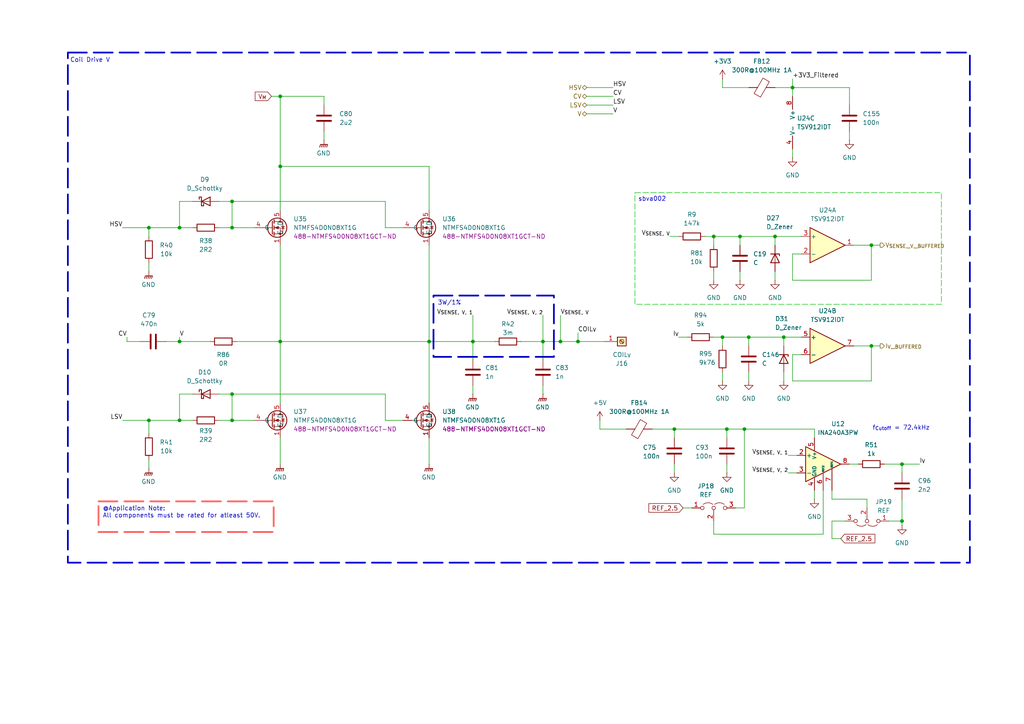
<source format=kicad_sch>
(kicad_sch (version 20231120) (generator "eeschema") (generator_version "8.0")
  (paper "A4")
  (title_block (title "HyperDrive Motor Controller") (rev "Mk. 1") (company "University of Alberta EcoCar Team"))
  (lib_symbols
    (symbol "Amplifier_Current:INA240A3PW" (pin_names (offset 0.127))
      (property "Reference" "U" (at 3.81 3.81 0))
      (property "Value" "INA240A3PW" (at 3.81 -2.54 0))
      (symbol "INA240A3PW_0_1"
        (polyline (pts (xy 5.08 0) (xy -5.08 5.08) (xy -5.08 -5.08) (xy 5.08 0)) (stroke (width 0.254)) (fill (type background)))
      )
      (symbol "INA240A3PW_1_1"
        (pin passive line (at -2.54 -7.62 90) (length 3.81) hide (name "GND") (number "1"))
        (pin input line (at -7.62 2.54 0) (length 2.54) (name "+") (number "2"))
        (pin input line (at -7.62 -2.54 0) (length 2.54) (name "-") (number "3"))
        (pin power_in line (at -2.54 -7.62 90) (length 3.81) (name "GND") (number "4"))
        (pin power_in line (at -2.54 7.62 270) (length 3.81) (name "V+") (number "5"))
        (pin passive line (at 0 -7.62 90) (length 5.08) (name "REF2") (number "6"))
        (pin passive line (at 2.54 -7.62 90) (length 6.35) (name "REF1") (number "7"))
        (pin output line (at 7.62 0 180) (length 2.54) (name "~") (number "8"))
      )
    )
    (symbol "Amplifier_Operational:TSV912IDT" (pin_names (offset 0.127))
      (property "Reference" "U" (at 0 5.08 0))
      (property "Value" "TSV912IDT" (at 0 -5.08 0))
      (symbol "TSV912IDT_1_1"
        (polyline (pts (xy -5.08 5.08) (xy 5.08 0) (xy -5.08 -5.08) (xy -5.08 5.08)) (stroke (width 0.254)) (fill (type background)))
        (pin output line (at 7.62 0 180) (length 2.54) (name "~") (number "1"))
        (pin input line (at -7.62 -2.54 0) (length 2.54) (name "-") (number "2"))
        (pin input line (at -7.62 2.54 0) (length 2.54) (name "+") (number "3"))
      )
      (symbol "TSV912IDT_2_1"
        (polyline (pts (xy -5.08 5.08) (xy 5.08 0) (xy -5.08 -5.08) (xy -5.08 5.08)) (stroke (width 0.254)) (fill (type background)))
        (pin input line (at -7.62 2.54 0) (length 2.54) (name "+") (number "5"))
        (pin input line (at -7.62 -2.54 0) (length 2.54) (name "-") (number "6"))
        (pin output line (at 7.62 0 180) (length 2.54) (name "~") (number "7"))
      )
      (symbol "TSV912IDT_3_1"
        (pin power_in line (at -2.54 -7.62 90) (length 3.81) (name "V-") (number "4"))
        (pin power_in line (at -2.54 7.62 270) (length 3.81) (name "V+") (number "8"))
      )
    )
    (symbol "Connector:Screw_Terminal_01x01" (pin_names (offset 1.016) hide)
      (property "Reference" "J" (at 0 2.54 0))
      (property "Value" "Screw_Terminal_01x01" (at 0 -2.54 0))
      (symbol "Screw_Terminal_01x01_1_1"
        (rectangle (start -1.27 1.27) (end 1.27 -1.27) (stroke (width 0.254)) (fill (type background)))
        (polyline (pts (xy -0.5334 0.3302) (xy 0.3302 -0.508)) (stroke (width 0.1524)))
        (polyline (pts (xy -0.3556 0.508) (xy 0.508 -0.3302)) (stroke (width 0.1524)))
        (circle (center 0 0) (radius 0.635) (stroke (width 0.1524)))
        (pin passive line (at -5.08 0 0) (length 3.81) (name "Pin_1") (number "1"))
      )
    )
    (symbol "Device:C" (pin_numbers hide) (pin_names (offset 0.254))
      (property "Reference" "C" (at 0.635 2.54 0))
      (property "Value" "C" (at 0.635 -2.54 0))
      (symbol "C_0_1"
        (polyline (pts (xy -2.032 -0.762) (xy 2.032 -0.762)) (stroke (width 0.508)))
        (polyline (pts (xy -2.032 0.762) (xy 2.032 0.762)) (stroke (width 0.508)))
      )
      (symbol "C_1_1"
        (pin passive line (at 0 3.81 270) (length 2.794) (name "~") (number "1"))
        (pin passive line (at 0 -3.81 90) (length 2.794) (name "~") (number "2"))
      )
    )
    (symbol "Device:D_Schottky" (pin_numbers hide) (pin_names (offset 1.016) hide)
      (property "Reference" "D" (at 0 2.54 0))
      (property "Value" "D_Schottky" (at 0 -2.54 0))
      (symbol "D_Schottky_0_1"
        (polyline (pts (xy 1.27 0) (xy -1.27 0)))
        (polyline (pts (xy 1.27 1.27) (xy 1.27 -1.27) (xy -1.27 0) (xy 1.27 1.27)) (stroke (width 0.254)))
        (polyline (pts (xy -1.905 0.635) (xy -1.905 1.27) (xy -1.27 1.27) (xy -1.27 -1.27) (xy -0.635 -1.27) (xy -0.635 -0.635)) (stroke (width 0.254)))
      )
      (symbol "D_Schottky_1_1"
        (pin passive line (at -3.81 0 0) (length 2.54) (name "K") (number "1"))
        (pin passive line (at 3.81 0 180) (length 2.54) (name "A") (number "2"))
      )
    )
    (symbol "Device:D_Zener" (pin_numbers hide) (pin_names (offset 1.016) hide)
      (property "Reference" "D" (at 0 2.54 0))
      (property "Value" "D_Zener" (at 0 -2.54 0))
      (symbol "D_Zener_0_1"
        (polyline (pts (xy 1.27 0) (xy -1.27 0)))
        (polyline (pts (xy -1.27 -1.27) (xy -1.27 1.27) (xy -0.762 1.27)) (stroke (width 0.254)))
        (polyline (pts (xy 1.27 -1.27) (xy 1.27 1.27) (xy -1.27 0) (xy 1.27 -1.27)) (stroke (width 0.254)))
      )
      (symbol "D_Zener_1_1"
        (pin passive line (at -3.81 0 0) (length 2.54) (name "K") (number "1"))
        (pin passive line (at 3.81 0 180) (length 2.54) (name "A") (number "2"))
      )
    )
    (symbol "Device:FerriteBead" (pin_numbers hide) (pin_names (offset 0))
      (property "Reference" "FB" (at -3.81 0.635 90))
      (property "Value" "FerriteBead" (at 3.81 0 90))
      (symbol "FerriteBead_0_1"
        (polyline (pts (xy 0 -1.27) (xy 0 -1.2192)))
        (polyline (pts (xy 0 1.27) (xy 0 1.2954)))
        (polyline (pts (xy -2.7686 0.4064) (xy -1.7018 2.2606) (xy 2.7686 -0.3048) (xy 1.6764 -2.159) (xy -2.7686 0.4064)))
      )
      (symbol "FerriteBead_1_1"
        (pin passive line (at 0 3.81 270) (length 2.54) (name "~") (number "1"))
        (pin passive line (at 0 -3.81 90) (length 2.54) (name "~") (number "2"))
      )
    )
    (symbol "Device:R" (pin_numbers hide) (pin_names (offset 0))
      (property "Reference" "R" (at 2.032 0 90))
      (property "Value" "R" (at 0 0 90))
      (symbol "R_0_1"
        (rectangle (start -1.016 -2.54) (end 1.016 2.54) (stroke (width 0.254)))
      )
      (symbol "R_1_1"
        (pin passive line (at 0 3.81 270) (length 1.27) (name "~") (number "1"))
        (pin passive line (at 0 -3.81 90) (length 1.27) (name "~") (number "2"))
      )
    )
    (symbol "Jumper:Jumper_3_Open" (pin_names (offset 0) hide) (exclude_from_sim yes) (in_bom no)
      (property "Reference" "JP" (at -2.54 -2.54 0))
      (property "Value" "Jumper_3_Open" (at 0 2.794 0))
      (symbol "Jumper_3_Open_0_0"
        (circle (center -3.302 0) (radius 0.508))
        (circle (center 0 0) (radius 0.508))
        (circle (center 3.302 0) (radius 0.508))
      )
      (symbol "Jumper_3_Open_0_1"
        (arc (start -0.254 1.016) (mid -1.651 1.4992) (end -3.048 1.016))
        (polyline (pts (xy 0 -0.508) (xy 0 -1.27)))
        (arc (start 3.048 1.016) (mid 1.651 1.4992) (end 0.254 1.016))
      )
      (symbol "Jumper_3_Open_1_1"
        (pin passive line (at -6.35 0 0) (length 2.54) (name "A") (number "1"))
        (pin passive line (at 0 -3.81 90) (length 2.54) (name "C") (number "2"))
        (pin passive line (at 6.35 0 180) (length 2.54) (name "B") (number "3"))
      )
    )
    (symbol "NTMFS4D0N08XT1G_1"
      (property "Reference" "U" (at 3.556 5.08 0))
      (property "Value" "NTMFS4D0N08XT1G" (at 11.938 2.794 0))
      (property "DK#" "488-NTMFS4D0N08XT1GCT-ND" (at 0.762 -13.97 0))
      (symbol "NTMFS4D0N08XT1G_1_0_1"
        (circle (center -0.889 0) (radius 2.794) (stroke (width 0.254)))
        (circle (center 0 -1.778) (radius 0.254) (fill (type outline)))
        (polyline (pts (xy -2.286 0) (xy -5.08 0)))
        (polyline (pts (xy -2.286 1.905) (xy -2.286 -1.905)) (stroke (width 0.254)))
        (polyline (pts (xy -1.778 -1.27) (xy -1.778 -2.286)) (stroke (width 0.254)))
        (polyline (pts (xy -1.778 0.508) (xy -1.778 -0.508)) (stroke (width 0.254)))
        (polyline (pts (xy -1.778 2.286) (xy -1.778 1.27)) (stroke (width 0.254)))
        (polyline (pts (xy 0 2.54) (xy 0 1.778)))
        (polyline (pts (xy 0 -2.54) (xy 0 0) (xy -1.778 0)))
        (polyline (pts (xy -1.778 -1.778) (xy 0.762 -1.778) (xy 0.762 1.778) (xy -1.778 1.778)))
        (polyline (pts (xy -1.524 0) (xy -0.508 0.381) (xy -0.508 -0.381) (xy -1.524 0)) (fill (type outline)))
        (polyline (pts (xy 0.254 0.508) (xy 0.381 0.381) (xy 1.143 0.381) (xy 1.27 0.254)))
        (polyline (pts (xy 0.762 0.381) (xy 0.381 -0.254) (xy 1.143 -0.254) (xy 0.762 0.381)))
        (circle (center 0 1.778) (radius 0.254) (fill (type outline)))
      )
      (symbol "NTMFS4D0N08XT1G_1_1_1"
        (pin passive line (at 0 -5.08 90) (length 2.54) (name "S") (number "1"))
        (pin passive line (at 0 -5.08 90) (length 2.54) hide (name "S") (number "2"))
        (pin passive line (at 0 -5.08 90) (length 2.54) hide (name "S") (number "3"))
        (pin input line (at -7.62 0 0) (length 2.54) (name "G") (number "4"))
        (pin passive line (at 0 5.08 270) (length 2.54) (name "D") (number "5"))
      )
    )
    (symbol "power:+3V3" (power) (pin_numbers hide) (pin_names (offset 0) hide)
      (property "Value" "+3V3" (at 0 3.556 0))
      (symbol "+3V3_0_1"
        (polyline (pts (xy -0.762 1.27) (xy 0 2.54)))
        (polyline (pts (xy 0 0) (xy 0 2.54)))
        (polyline (pts (xy 0 2.54) (xy 0.762 1.27)))
      )
      (symbol "+3V3_1_1"
        (pin power_in line (at 0 0 90) (length 0) (name "~") (number "1"))
      )
    )
    (symbol "power:+5V" (power) (pin_numbers hide) (pin_names (offset 0) hide)
      (property "Value" "+5V" (at 0 3.556 0))
      (symbol "+5V_0_1"
        (polyline (pts (xy -0.762 1.27) (xy 0 2.54)))
        (polyline (pts (xy 0 0) (xy 0 2.54)))
        (polyline (pts (xy 0 2.54) (xy 0.762 1.27)))
      )
      (symbol "+5V_1_1"
        (pin power_in line (at 0 0 90) (length 0) (name "~") (number "1"))
      )
    )
    (symbol "power:GND" (power) (pin_numbers hide) (pin_names (offset 0) hide)
      (property "Value" "GND" (at 0 -3.81 0))
      (symbol "GND_0_1"
        (polyline (pts (xy 0 0) (xy 0 -1.27) (xy 1.27 -1.27) (xy 0 -2.54) (xy -1.27 -1.27) (xy 0 -1.27)))
      )
      (symbol "GND_1_1"
        (pin power_in line (at 0 0 270) (length 0) (name "~") (number "1"))
      )
    )
    (symbol "power:GNDPWR" (power) (pin_numbers hide) (pin_names (offset 0) hide)
      (property "Value" "GNDPWR" (at 0 -3.302 0))
      (symbol "GNDPWR_0_1"
        (polyline (pts (xy 0 -1.27) (xy 0 0)))
        (polyline (pts (xy -1.016 -1.27) (xy -1.27 -2.032) (xy -1.27 -2.032)) (stroke (width 0.2032)))
        (polyline (pts (xy -0.508 -1.27) (xy -0.762 -2.032) (xy -0.762 -2.032)) (stroke (width 0.2032)))
        (polyline (pts (xy 0 -1.27) (xy -0.254 -2.032) (xy -0.254 -2.032)) (stroke (width 0.2032)))
        (polyline (pts (xy 0.508 -1.27) (xy 0.254 -2.032) (xy 0.254 -2.032)) (stroke (width 0.2032)))
        (polyline (pts (xy 1.016 -1.27) (xy -1.016 -1.27) (xy -1.016 -1.27)) (stroke (width 0.2032)))
        (polyline (pts (xy 1.016 -1.27) (xy 0.762 -2.032) (xy 0.762 -2.032) (xy 0.762 -2.032)) (stroke (width 0.2032)))
      )
      (symbol "GNDPWR_1_1"
        (pin power_in line (at 0 0 270) (length 0) (name "~") (number "1"))
      )
    )
  )
  (junction (at 81.28 48.26))
  (junction (at 261.62 151.13))
  (junction (at 81.28 99.06))
  (junction (at 252.73 71.12))
  (junction (at 217.17 97.79))
  (junction (at 67.31 114.3))
  (junction (at 229.87 25.4))
  (junction (at 52.07 66.04))
  (junction (at 67.31 58.42))
  (junction (at 137.16 99.06))
  (junction (at 67.31 66.04))
  (junction (at 124.46 99.06))
  (junction (at 215.9 124.46))
  (junction (at 207.01 68.58))
  (junction (at 43.18 66.04))
  (junction (at 162.56 99.06))
  (junction (at 52.07 121.92))
  (junction (at 209.55 97.79))
  (junction (at 261.62 134.62))
  (junction (at 52.07 99.06))
  (junction (at 81.28 27.94))
  (junction (at 214.63 68.58))
  (junction (at 227.33 97.79))
  (junction (at 210.82 124.46))
  (junction (at 224.79 68.58))
  (junction (at 157.48 99.06))
  (junction (at 43.18 121.92))
  (junction (at 252.73 100.33))
  (junction (at 167.64 99.06))
  (junction (at 195.58 124.46))
  (junction (at 67.31 121.92))
  (wire (pts (xy 207.01 68.58) (xy 214.63 68.58)))
  (wire (pts (xy 210.82 134.62) (xy 210.82 137.16)))
  (wire (pts (xy 124.46 48.26) (xy 81.28 48.26)))
  (wire (pts (xy 43.18 66.04) (xy 43.18 68.58)))
  (wire (pts (xy 243.84 156.21) (xy 241.3 156.21)))
  (wire (pts (xy 167.64 96.52) (xy 167.64 99.06)))
  (wire (pts (xy 195.58 124.46) (xy 195.58 127)))
  (wire (pts (xy 67.31 114.3) (xy 67.31 121.92)))
  (wire (pts (xy 35.56 121.92) (xy 43.18 121.92)))
  (wire (pts (xy 55.88 114.3) (xy 52.07 114.3)))
  (wire (pts (xy 224.79 25.4) (xy 229.87 25.4)))
  (wire (pts (xy 81.28 99.06) (xy 124.46 99.06)))
  (wire (pts (xy 261.62 134.62) (xy 256.54 134.62)))
  (wire (pts (xy 229.87 22.86) (xy 229.87 25.4)))
  (wire (pts (xy 261.62 151.13) (xy 261.62 152.4)))
  (wire (pts (xy 195.58 134.62) (xy 195.58 137.16)))
  (wire (pts (xy 209.55 97.79) (xy 209.55 100.33)))
  (wire (pts (xy 43.18 121.92) (xy 52.07 121.92)))
  (wire (pts (xy 229.87 110.49) (xy 252.73 110.49)))
  (wire (pts (xy 247.65 71.12) (xy 252.73 71.12)))
  (wire (pts (xy 207.01 68.58) (xy 207.01 71.12)))
  (wire (pts (xy 227.33 97.79) (xy 232.41 97.79)))
  (wire (pts (xy 111.76 121.92) (xy 111.76 114.3)))
  (wire (pts (xy 196.85 97.79) (xy 199.39 97.79)))
  (wire (pts (xy 52.07 97.79) (xy 52.07 99.06)))
  (wire (pts (xy 246.38 38.1) (xy 246.38 40.64)))
  (wire (pts (xy 170.18 30.48) (xy 177.8 30.48)))
  (wire (pts (xy 157.48 111.76) (xy 157.48 114.3)))
  (wire (pts (xy 257.81 151.13) (xy 261.62 151.13)))
  (wire (pts (xy 207.01 151.13) (xy 207.01 154.94)))
  (wire (pts (xy 116.84 121.92) (xy 111.76 121.92)))
  (wire (pts (xy 210.82 127) (xy 210.82 124.46)))
  (wire (pts (xy 214.63 68.58) (xy 214.63 71.12)))
  (wire (pts (xy 162.56 91.44) (xy 162.56 99.06)))
  (wire (pts (xy 170.18 27.94) (xy 177.8 27.94)))
  (wire (pts (xy 167.64 99.06) (xy 175.26 99.06)))
  (wire (pts (xy 157.48 91.44) (xy 157.48 99.06)))
  (wire (pts (xy 246.38 134.62) (xy 248.92 134.62)))
  (wire (pts (xy 232.41 73.66) (xy 229.87 73.66)))
  (wire (pts (xy 63.5 58.42) (xy 67.31 58.42)))
  (wire (pts (xy 215.9 147.32) (xy 213.36 147.32)))
  (wire (pts (xy 67.31 66.04) (xy 73.66 66.04)))
  (wire (pts (xy 224.79 68.58) (xy 232.41 68.58)))
  (wire (pts (xy 227.33 97.79) (xy 227.33 100.33)))
  (wire (pts (xy 241.3 151.13) (xy 245.11 151.13)))
  (wire (pts (xy 36.83 99.06) (xy 40.64 99.06)))
  (wire (pts (xy 81.28 27.94) (xy 81.28 48.26)))
  (wire (pts (xy 246.38 25.4) (xy 229.87 25.4)))
  (wire (pts (xy 252.73 81.28) (xy 252.73 71.12)))
  (wire (pts (xy 210.82 124.46) (xy 215.9 124.46)))
  (wire (pts (xy 209.55 97.79) (xy 217.17 97.79)))
  (wire (pts (xy 209.55 25.4) (xy 217.17 25.4)))
  (wire (pts (xy 194.31 68.58) (xy 196.85 68.58)))
  (wire (pts (xy 81.28 71.12) (xy 81.28 99.06)))
  (wire (pts (xy 246.38 30.48) (xy 246.38 25.4)))
  (wire (pts (xy 68.58 99.06) (xy 81.28 99.06)))
  (wire (pts (xy 81.28 127) (xy 81.28 134.62)))
  (wire (pts (xy 241.3 142.24) (xy 241.3 144.78)))
  (wire (pts (xy 93.98 27.94) (xy 93.98 30.48)))
  (wire (pts (xy 67.31 58.42) (xy 67.31 66.04)))
  (wire (pts (xy 204.47 68.58) (xy 207.01 68.58)))
  (wire (pts (xy 124.46 99.06) (xy 137.16 99.06)))
  (wire (pts (xy 214.63 78.74) (xy 214.63 81.28)))
  (wire (pts (xy 189.23 124.46) (xy 195.58 124.46)))
  (wire (pts (xy 224.79 68.58) (xy 224.79 71.12)))
  (wire (pts (xy 137.16 111.76) (xy 137.16 114.3)))
  (wire (pts (xy 207.01 78.74) (xy 207.01 81.28)))
  (wire (pts (xy 229.87 81.28) (xy 252.73 81.28)))
  (wire (pts (xy 111.76 114.3) (xy 67.31 114.3)))
  (wire (pts (xy 173.99 121.92) (xy 173.99 124.46)))
  (wire (pts (xy 52.07 58.42) (xy 52.07 66.04)))
  (wire (pts (xy 198.12 147.32) (xy 200.66 147.32)))
  (wire (pts (xy 151.13 99.06) (xy 157.48 99.06)))
  (wire (pts (xy 241.3 144.78) (xy 251.46 144.78)))
  (wire (pts (xy 227.33 107.95) (xy 227.33 110.49)))
  (wire (pts (xy 111.76 66.04) (xy 111.76 58.42)))
  (wire (pts (xy 224.79 78.74) (xy 224.79 81.28)))
  (wire (pts (xy 207.01 97.79) (xy 209.55 97.79)))
  (wire (pts (xy 81.28 48.26) (xy 81.28 60.96)))
  (wire (pts (xy 229.87 73.66) (xy 229.87 81.28)))
  (wire (pts (xy 35.56 66.04) (xy 43.18 66.04)))
  (wire (pts (xy 241.3 151.13) (xy 241.3 156.21)))
  (wire (pts (xy 67.31 121.92) (xy 73.66 121.92)))
  (wire (pts (xy 261.62 144.78) (xy 261.62 151.13)))
  (wire (pts (xy 124.46 99.06) (xy 124.46 116.84)))
  (wire (pts (xy 229.87 43.18) (xy 229.87 45.72)))
  (wire (pts (xy 229.87 102.87) (xy 229.87 110.49)))
  (wire (pts (xy 251.46 144.78) (xy 251.46 147.32)))
  (wire (pts (xy 252.73 100.33) (xy 255.27 100.33)))
  (wire (pts (xy 217.17 97.79) (xy 217.17 100.33)))
  (wire (pts (xy 52.07 66.04) (xy 55.88 66.04)))
  (wire (pts (xy 124.46 60.96) (xy 124.46 48.26)))
  (wire (pts (xy 116.84 66.04) (xy 111.76 66.04)))
  (wire (pts (xy 252.73 71.12) (xy 255.27 71.12)))
  (wire (pts (xy 217.17 97.79) (xy 227.33 97.79)))
  (wire (pts (xy 261.62 134.62) (xy 261.62 137.16)))
  (wire (pts (xy 43.18 121.92) (xy 43.18 125.73)))
  (wire (pts (xy 170.18 25.4) (xy 177.8 25.4)))
  (wire (pts (xy 93.98 38.1) (xy 93.98 40.64)))
  (wire (pts (xy 236.22 124.46) (xy 236.22 127)))
  (wire (pts (xy 229.87 102.87) (xy 232.41 102.87)))
  (wire (pts (xy 43.18 76.2) (xy 43.18 78.74)))
  (wire (pts (xy 52.07 121.92) (xy 55.88 121.92)))
  (wire (pts (xy 214.63 68.58) (xy 224.79 68.58)))
  (wire (pts (xy 81.28 27.94) (xy 93.98 27.94)))
  (wire (pts (xy 137.16 99.06) (xy 137.16 104.14)))
  (wire (pts (xy 215.9 124.46) (xy 236.22 124.46)))
  (wire (pts (xy 215.9 124.46) (xy 215.9 147.32)))
  (wire (pts (xy 252.73 100.33) (xy 247.65 100.33)))
  (wire (pts (xy 162.56 99.06) (xy 157.48 99.06)))
  (wire (pts (xy 238.76 154.94) (xy 238.76 142.24)))
  (wire (pts (xy 52.07 99.06) (xy 60.96 99.06)))
  (wire (pts (xy 48.26 99.06) (xy 52.07 99.06)))
  (wire (pts (xy 43.18 66.04) (xy 52.07 66.04)))
  (wire (pts (xy 111.76 58.42) (xy 67.31 58.42)))
  (wire (pts (xy 36.83 97.79) (xy 36.83 99.06)))
  (wire (pts (xy 195.58 124.46) (xy 210.82 124.46)))
  (wire (pts (xy 217.17 107.95) (xy 217.17 110.49)))
  (wire (pts (xy 81.28 27.94) (xy 78.74 27.94)))
  (wire (pts (xy 167.64 99.06) (xy 162.56 99.06)))
  (wire (pts (xy 252.73 110.49) (xy 252.73 100.33)))
  (wire (pts (xy 124.46 71.12) (xy 124.46 99.06)))
  (wire (pts (xy 52.07 114.3) (xy 52.07 121.92)))
  (wire (pts (xy 67.31 66.04) (xy 63.5 66.04)))
  (wire (pts (xy 228.6 132.08) (xy 231.14 132.08)))
  (wire (pts (xy 261.62 134.62) (xy 266.7 134.62)))
  (wire (pts (xy 137.16 99.06) (xy 143.51 99.06)))
  (wire (pts (xy 209.55 107.95) (xy 209.55 110.49)))
  (wire (pts (xy 229.87 25.4) (xy 229.87 27.94)))
  (wire (pts (xy 157.48 99.06) (xy 157.48 104.14)))
  (wire (pts (xy 63.5 121.92) (xy 67.31 121.92)))
  (wire (pts (xy 81.28 99.06) (xy 81.28 116.84)))
  (wire (pts (xy 170.18 33.02) (xy 177.8 33.02)))
  (wire (pts (xy 236.22 142.24) (xy 236.22 144.78)))
  (wire (pts (xy 63.5 114.3) (xy 67.31 114.3)))
  (wire (pts (xy 207.01 154.94) (xy 238.76 154.94)))
  (wire (pts (xy 137.16 91.44) (xy 137.16 99.06)))
  (wire (pts (xy 43.18 133.35) (xy 43.18 135.89)))
  (wire (pts (xy 55.88 58.42) (xy 52.07 58.42)))
  (wire (pts (xy 209.55 22.86) (xy 209.55 25.4)))
  (wire (pts (xy 124.46 127) (xy 124.46 134.62)))
  (wire (pts (xy 228.6 137.16) (xy 231.14 137.16)))
  (wire (pts (xy 173.99 124.46) (xy 181.61 124.46)))
  (rectangle (start 19.685 15.24) (end 281.305 163.195) (stroke (width 0.5) (type dash)))
  (text_box "sbva002" (at 184.15 55.88 0) (size 88.9 32.385) (stroke (width 0) (type dash) (color 0 194 0 1)) (effects (font (size 1.27 1.27)) (justify left top)))
  (text_box "@Application Note:\nAll components must be rated for atleast 50V." (at 28.575 145.415 0) (size 50.8 8.89) (stroke (width 0.5) (type dash) (color 255 88 86 1)) (effects (font (size 1.27 1.27)) (justify left top)))
  (text_box "3W/1%" (at 125.73 85.725 0) (size 34.925 17.78) (stroke (width 0.5) (type dash)) (effects (font (size 1.27 1.27)) (justify left top)))
  (text "f_{Cutoff} = 72.4kHz" (at 261.366 124.206 0) (effects (font (size 1.27 1.27))))
  (text "Coil Drive V" (at 20.32 17.526 0) (effects (font (size 1.27 1.27)) (justify left)))
  (label "LSV" (at 177.8 30.48 0))
  (label "V" (at 177.8 33.02 0))
  (label "V" (at 52.07 97.79 0))
  (label "V_{SENSE, V}" (at 194.31 68.58 180))
  (label "HSV" (at 35.56 66.04 180))
  (label "V_{SENSE, V}" (at 162.56 91.44 0))
  (label "CV" (at 36.83 97.79 180))
  (label "HSV" (at 177.8 25.4 0))
  (label "V_{SENSE, V, 2}" (at 228.6 137.16 180))
  (label "I_{V}" (at 266.7 134.62 0))
  (label "V_{SENSE, V, 2}" (at 157.48 91.44 180))
  (label "LSV" (at 35.56 121.92 180))
  (label "CV" (at 177.8 27.94 0))
  (label "COIL_{V}" (at 167.64 96.52 0))
  (label "V_{SENSE, V, 1}" (at 137.16 91.44 180))
  (label "V_{SENSE, V, 1}" (at 228.6 132.08 180))
  (label "+3V3_Filtered" (at 229.87 22.86 0))
  (label "I_{V}" (at 196.85 97.79 180))
  (global_label "REF_2.5" (shape input) (at 198.12 147.32 180) (property "Intersheetrefs" "${INTERSHEET_REFS}" (effects (hide yes))))
  (global_label "REF_2.5" (shape input) (at 243.84 156.21 0) (property "Intersheetrefs" "${INTERSHEET_REFS}" (effects (hide yes))))
  (global_label "V_{M}" (shape input) (at 78.74 27.94 180) (property "Intersheetrefs" "${INTERSHEET_REFS}" (effects (hide yes))))
  (hierarchical_label "V_{SENSE,_V,_BUFFERED}" (shape output) (at 255.27 71.12 0))
  (hierarchical_label "V" (shape bidirectional) (at 170.18 33.02 180))
  (hierarchical_label "CV" (shape bidirectional) (at 170.18 27.94 180))
  (hierarchical_label "I_{V,_BUFFERED}" (shape output) (at 255.27 100.33 0))
  (hierarchical_label "HSV" (shape bidirectional) (at 170.18 25.4 180))
  (hierarchical_label "LSV" (shape bidirectional) (at 170.18 30.48 180))
  (symbol (lib_id "Device:FerriteBead") (at 185.42 124.46 90) (unit 1)
    (property "Reference" "FB14" (at 185.3692 116.84 90))
    (property "Value" "300R@100MHz 1A" (at 185.3692 119.38 90))
    (property "Footprint" "Inductor_SMD:L_0603_1608Metric" (effects (hide yes)))
    (property "Description" "Ferrite bead" (effects (hide yes)))
  )
  (symbol (lib_id "Device:D_Schottky") (at 59.69 58.42 0) (unit 1)
    (property "Reference" "D9" (at 59.3725 52.07 0))
    (property "Value" "D_Schottky" (at 59.3725 54.61 0))
    (property "Description" "Schottky diode" (effects (hide yes)))
  )
  (symbol (lib_id "power:GNDPWR") (at 124.46 134.62 0) (unit 1)
    (property "Reference" "#PWR0239" (effects (hide yes)))
    (property "Value" "GND" (at 124.333 138.43 0))
    (property "Description" "Power symbol creates a global label with name \"GNDPWR\" , global ground" (effects (hide yes)))
  )
  (symbol (lib_id "power:GND") (at 224.79 81.28 0) (unit 1)
    (property "Reference" "#PWR0224" (effects (hide yes)))
    (property "Value" "GND" (at 224.79 86.36 0))
    (property "Description" "Power symbol creates a global label with name \"GND\" , ground" (effects (hide yes)))
  )
  (symbol (lib_id "Device:C") (at 210.82 130.81 0) (unit 1)
    (property "Reference" "C93" (at 201.676 129.794 0) (effects (justify left)))
    (property "Value" "100n" (at 201.676 132.334 0) (effects (justify left)))
    (property "Footprint" "Capacitor_SMD:C_0603_1608Metric" (effects (hide yes)))
    (property "Description" "Unpolarized capacitor" (effects (hide yes)))
  )
  (symbol (lib_id "Device:FerriteBead") (at 220.98 25.4 90) (unit 1)
    (property "Reference" "FB12" (at 220.9292 17.78 90))
    (property "Value" "300R@100MHz 1A" (at 220.9292 20.32 90))
    (property "Footprint" "Inductor_SMD:L_0603_1608Metric" (effects (hide yes)))
    (property "Description" "Ferrite bead" (effects (hide yes)))
  )
  (symbol (lib_id "power:GNDPWR") (at 137.16 114.3 0) (unit 1)
    (property "Reference" "#PWR0122" (effects (hide yes)))
    (property "Value" "GND" (at 137.033 118.11 0))
    (property "Description" "Power symbol creates a global label with name \"GNDPWR\" , global ground" (effects (hide yes)))
  )
  (symbol (lib_id "Device:R") (at 64.77 99.06 90) (unit 1)
    (property "Reference" "R86" (at 64.77 102.87 90))
    (property "Value" "0R" (at 64.77 105.41 90))
    (property "Footprint" "Resistor_SMD:R_0603_1608Metric" (effects (hide yes)))
    (property "Description" "Resistor" (effects (hide yes)))
  )
  (symbol (lib_id "Device:R") (at 59.69 121.92 90) (unit 1)
    (property "Reference" "R39" (at 59.69 124.968 90))
    (property "Value" "2R2" (at 59.69 127.508 90))
    (property "Footprint" "Resistor_SMD:R_0603_1608Metric" (effects (hide yes)))
    (property "Description" "Resistor" (effects (hide yes)))
  )
  (symbol (lib_id "Amplifier_Operational:TSV912IDT") (at 232.41 35.56 0) (unit 3)
    (property "Reference" "U24" (at 231.14 34.2899 0) (effects (justify left)))
    (property "Value" "TSV912IDT" (at 231.14 36.8299 0) (effects (justify left)))
    (property "Footprint" "Package_SO:SOIC-8_3.9x4.9mm_P1.27mm" (effects (hide yes)))
    (property "Datasheet" "www.st.com/resource/en/datasheet/tsv911.pdf" (effects (hide yes)))
    (property "Description" "Dual rail-to-rail input/output 8 MHz operational amplifiers, SOIC-8" (effects (hide yes)))
    (property "DK#" "497-8165-1-ND" (effects (hide yes)))
    (property "LCSC Part#" "C1509138" (effects (hide yes)))
    (property "LCSC#" "C1509138" (effects (hide yes)))
  )
  (symbol (lib_id "Device:D_Schottky") (at 59.69 114.3 0) (unit 1)
    (property "Reference" "D10" (at 59.3725 107.95 0))
    (property "Value" "D_Schottky" (at 59.3725 110.49 0))
    (property "Description" "Schottky diode" (effects (hide yes)))
  )
  (symbol (lib_id "power:GNDPWR") (at 43.18 135.89 0) (unit 1)
    (property "Reference" "#PWR0117" (effects (hide yes)))
    (property "Value" "GND" (at 43.053 139.7 0))
    (property "Description" "Power symbol creates a global label with name \"GNDPWR\" , global ground" (effects (hide yes)))
  )
  (symbol (lib_id "Device:R") (at 209.55 104.14 180) (unit 1)
    (property "Reference" "R95" (at 202.692 102.616 0) (effects (justify right)))
    (property "Value" "9k76" (at 202.692 105.156 0) (effects (justify right)))
    (property "Footprint" "Resistor_SMD:R_0603_1608Metric" (effects (hide yes)))
    (property "Description" "Resistor" (effects (hide yes)))
  )
  (symbol (lib_id "power:GND") (at 195.58 137.16 0) (unit 1)
    (property "Reference" "#PWR0142" (effects (hide yes)))
    (property "Value" "GND" (at 195.58 142.24 0))
    (property "Description" "Power symbol creates a global label with name \"GND\" , ground" (effects (hide yes)))
  )
  (symbol (lib_id "Amplifier_Operational:TSV912IDT") (at 240.03 71.12 0) (unit 1)
    (property "Reference" "U24" (at 240.03 60.96 0))
    (property "Value" "TSV912IDT" (at 240.03 63.5 0))
    (property "Footprint" "Package_SO:SOIC-8_3.9x4.9mm_P1.27mm" (effects (hide yes)))
    (property "Datasheet" "www.st.com/resource/en/datasheet/tsv911.pdf" (effects (hide yes)))
    (property "Description" "Dual rail-to-rail input/output 8 MHz operational amplifiers, SOIC-8" (effects (hide yes)))
    (property "DK#" "497-8165-1-ND" (effects (hide yes)))
    (property "LCSC Part#" "C1509138" (effects (hide yes)))
    (property "LCSC#" "C1509138" (effects (hide yes)))
  )
  (symbol (lib_id "Device:D_Zener") (at 224.79 74.93 270) (unit 1)
    (property "Reference" "D27" (at 222.25 63.246 90) (effects (justify left)))
    (property "Value" "D_Zener" (at 222.25 65.786 90) (effects (justify left)))
    (property "Description" "Zener diode" (effects (hide yes)))
  )
  (symbol (lib_id "Device:R") (at 59.69 66.04 90) (unit 1)
    (property "Reference" "R38" (at 59.69 69.85 90))
    (property "Value" "2R2" (at 59.69 72.39 90))
    (property "Footprint" "Resistor_SMD:R_0603_1608Metric" (effects (hide yes)))
    (property "Description" "Resistor" (effects (hide yes)))
  )
  (symbol (lib_id "Device:R") (at 252.73 134.62 90) (unit 1)
    (property "Reference" "R51" (at 252.73 129.032 90))
    (property "Value" "1k" (at 252.73 131.572 90))
    (property "Footprint" "Resistor_SMD:R_0603_1608Metric" (effects (hide yes)))
    (property "Description" "Resistor" (effects (hide yes)))
  )
  (symbol (lib_id "Device:C") (at 195.58 130.81 0) (unit 1)
    (property "Reference" "C75" (at 186.436 129.794 0) (effects (justify left)))
    (property "Value" "100n" (at 186.436 132.334 0) (effects (justify left)))
    (property "Footprint" "Capacitor_SMD:C_0603_1608Metric" (effects (hide yes)))
    (property "Description" "Unpolarized capacitor" (effects (hide yes)))
  )
  (symbol (lib_id "power:GND") (at 246.38 40.64 0) (unit 1)
    (property "Reference" "#PWR0269" (effects (hide yes)))
    (property "Value" "GND" (at 246.38 45.72 0))
    (property "Description" "Power symbol creates a global label with name \"GND\" , ground" (effects (hide yes)))
  )
  (symbol (lib_id "power:+3V3") (at 209.55 22.86 0) (unit 1)
    (property "Reference" "#PWR0107" (effects (hide yes)))
    (property "Value" "+3V3" (at 209.55 17.78 0))
    (property "Description" "Power symbol creates a global label with name \"+3V3\"" (effects (hide yes)))
  )
  (symbol (lib_id "Device:R") (at 43.18 72.39 180) (unit 1)
    (property "Reference" "R40" (at 48.26 71.12 0))
    (property "Value" "10k" (at 48.26 73.66 0))
    (property "Footprint" "Resistor_SMD:R_0603_1608Metric" (effects (hide yes)))
    (property "Description" "Resistor" (effects (hide yes)))
  )
  (symbol (lib_id "Jumper:Jumper_3_Open") (at 207.01 147.32 0) (unit 1) (exclude_from_sim yes) (in_bom no)
    (property "Reference" "JP18" (at 204.724 140.97 0))
    (property "Value" "REF" (at 204.724 143.51 0))
    (property "Footprint" "Jumper:SolderJumper-3_P1.3mm_Open_Pad1.0x1.5mm" (effects (hide yes)))
    (property "Description" "Jumper, 3-pole, both open" (effects (hide yes)))
  )
  (symbol (lib_id "power:+5V") (at 173.99 121.92 0) (unit 1)
    (property "Reference" "#PWR0140" (effects (hide yes)))
    (property "Value" "+5V" (at 173.99 116.84 0))
    (property "Description" "Power symbol creates a global label with name \"+5V\"" (effects (hide yes)))
  )
  (symbol (lib_id "Device:R") (at 200.66 68.58 90) (unit 1)
    (property "Reference" "R9" (at 200.66 62.23 90))
    (property "Value" "147k" (at 200.66 64.77 90))
    (property "Footprint" "Resistor_SMD:R_0603_1608Metric" (effects (hide yes)))
    (property "Description" "Resistor" (effects (hide yes)))
  )
  (symbol (lib_name "NTMFS4D0N08XT1G_1") (lib_id "ecocad_lib_symbols:NTMFS4D0N08XT1G") (at 124.46 121.92 0) (unit 1)
    (property "Reference" "U38" (at 128.27 119.3799 0) (effects (justify left)))
    (property "Value" "NTMFS4D0N08XT1G" (at 128.27 121.9199 0) (effects (justify left)))
    (property "Footprint" "ecocad_lib_footprints:PowerMosDFNHybrid" (effects (hide yes)))
    (property "Datasheet" "https://www.onsemi.com/download/data-sheet/pdf/ntmfs4d0n08x-d.pdf" (effects (hide yes)))
    (property "Description" "N-Channel 80 V 119A (Tc) 107W (Tc) Surface Mount 5-DFN (5x6) (8-SOFL)" (effects (hide yes)))
    (property "DK#" "488-NTMFS4D0N08XT1GCT-ND" (at 128.27 124.4599 0) (effects (justify left)))
  )
  (symbol (lib_id "power:GND") (at 261.62 152.4 0) (unit 1)
    (property "Reference" "#PWR0149" (effects (hide yes)))
    (property "Value" "GND" (at 261.62 157.48 0))
    (property "Description" "Power symbol creates a global label with name \"GND\" , ground" (effects (hide yes)))
  )
  (symbol (lib_id "power:GND") (at 209.55 110.49 0) (unit 1)
    (property "Reference" "#PWR0247" (effects (hide yes)))
    (property "Value" "GND" (at 209.55 115.57 0))
    (property "Description" "Power symbol creates a global label with name \"GND\" , ground" (effects (hide yes)))
  )
  (symbol (lib_id "Amplifier_Operational:TSV912IDT") (at 240.03 100.33 0) (unit 2)
    (property "Reference" "U24" (at 240.03 90.17 0))
    (property "Value" "TSV912IDT" (at 240.03 92.71 0))
    (property "Footprint" "Package_SO:SOIC-8_3.9x4.9mm_P1.27mm" (effects (hide yes)))
    (property "Datasheet" "www.st.com/resource/en/datasheet/tsv911.pdf" (effects (hide yes)))
    (property "Description" "Dual rail-to-rail input/output 8 MHz operational amplifiers, SOIC-8" (effects (hide yes)))
    (property "DK#" "497-8165-1-ND" (effects (hide yes)))
    (property "LCSC Part#" "C1509138" (effects (hide yes)))
    (property "LCSC#" "C1509138" (effects (hide yes)))
  )
  (symbol (lib_id "Device:C") (at 214.63 74.93 0) (unit 1)
    (property "Reference" "C19" (at 218.44 73.6599 0) (effects (justify left)))
    (property "Value" "C" (at 218.44 76.1999 0) (effects (justify left)))
    (property "Footprint" "Capacitor_SMD:C_0603_1608Metric" (effects (hide yes)))
    (property "Description" "Unpolarized capacitor" (effects (hide yes)))
  )
  (symbol (lib_id "Device:C") (at 44.45 99.06 270) (unit 1)
    (property "Reference" "C79" (at 43.18 91.44 90))
    (property "Value" "470n" (at 43.18 93.98 90))
    (property "Footprint" "Capacitor_SMD:C_0603_1608Metric" (effects (hide yes)))
    (property "Description" "Unpolarized capacitor" (effects (hide yes)))
  )
  (symbol (lib_id "power:GND") (at 227.33 110.49 0) (unit 1)
    (property "Reference" "#PWR0249" (effects (hide yes)))
    (property "Value" "GND" (at 227.33 115.57 0))
    (property "Description" "Power symbol creates a global label with name \"GND\" , ground" (effects (hide yes)))
  )
  (symbol (lib_id "Device:R") (at 207.01 74.93 180) (unit 1)
    (property "Reference" "R81" (at 200.152 73.406 0) (effects (justify right)))
    (property "Value" "10k" (at 200.152 75.946 0) (effects (justify right)))
    (property "Footprint" "Resistor_SMD:R_0603_1608Metric" (effects (hide yes)))
    (property "Description" "Resistor" (effects (hide yes)))
  )
  (symbol (lib_id "power:GNDPWR") (at 81.28 134.62 0) (unit 1)
    (property "Reference" "#PWR0120" (effects (hide yes)))
    (property "Value" "GND" (at 81.153 138.43 0))
    (property "Description" "Power symbol creates a global label with name \"GNDPWR\" , global ground" (effects (hide yes)))
  )
  (symbol (lib_name "NTMFS4D0N08XT1G_1") (lib_id "ecocad_lib_symbols:NTMFS4D0N08XT1G") (at 124.46 66.04 0) (unit 1)
    (property "Reference" "U36" (at 128.27 63.4999 0) (effects (justify left)))
    (property "Value" "NTMFS4D0N08XT1G" (at 128.27 66.0399 0) (effects (justify left)))
    (property "Footprint" "ecocad_lib_footprints:PowerMosDFNHybrid" (effects (hide yes)))
    (property "Datasheet" "https://www.onsemi.com/download/data-sheet/pdf/ntmfs4d0n08x-d.pdf" (effects (hide yes)))
    (property "Description" "N-Channel 80 V 119A (Tc) 107W (Tc) Surface Mount 5-DFN (5x6) (8-SOFL)" (effects (hide yes)))
    (property "DK#" "488-NTMFS4D0N08XT1GCT-ND" (at 128.27 68.5799 0) (effects (justify left)))
  )
  (symbol (lib_id "power:GND") (at 214.63 81.28 0) (unit 1)
    (property "Reference" "#PWR0223" (effects (hide yes)))
    (property "Value" "GND" (at 214.63 86.36 0))
    (property "Description" "Power symbol creates a global label with name \"GND\" , ground" (effects (hide yes)))
  )
  (symbol (lib_id "Device:R") (at 43.18 129.54 180) (unit 1)
    (property "Reference" "R41" (at 48.26 128.27 0))
    (property "Value" "10k" (at 48.26 130.81 0))
    (property "Footprint" "Resistor_SMD:R_0603_1608Metric" (effects (hide yes)))
    (property "Description" "Resistor" (effects (hide yes)))
  )
  (symbol (lib_id "power:GND") (at 217.17 110.49 0) (unit 1)
    (property "Reference" "#PWR0248" (effects (hide yes)))
    (property "Value" "GND" (at 217.17 115.57 0))
    (property "Description" "Power symbol creates a global label with name \"GND\" , ground" (effects (hide yes)))
  )
  (symbol (lib_id "Device:C") (at 137.16 107.95 0) (unit 1)
    (property "Reference" "C81" (at 140.716 106.68 0) (effects (justify left)))
    (property "Value" "1n" (at 140.716 109.22 0) (effects (justify left)))
    (property "Footprint" "Capacitor_SMD:C_0603_1608Metric" (effects (hide yes)))
    (property "Description" "Unpolarized capacitor" (effects (hide yes)))
  )
  (symbol (lib_id "Device:R") (at 147.32 99.06 90) (unit 1)
    (property "Reference" "R42" (at 147.32 93.98 90))
    (property "Value" "3m" (at 147.32 96.52 90))
    (property "Footprint" "ecocad_lib_footprints:CSS2H-2512" (effects (hide yes)))
    (property "Description" "Resistor" (effects (hide yes)))
    (property "DK#" "118-CSS2H-2512K-3L00FECT-ND" (effects (hide yes)))
  )
  (symbol (lib_id "power:GND") (at 236.22 144.78 0) (unit 1)
    (property "Reference" "#PWR0147" (effects (hide yes)))
    (property "Value" "GND" (at 236.22 149.86 0))
    (property "Description" "Power symbol creates a global label with name \"GND\" , ground" (effects (hide yes)))
  )
  (symbol (lib_id "Device:C") (at 246.38 34.29 0) (unit 1)
    (property "Reference" "C155" (at 250.19 33.0199 0) (effects (justify left)))
    (property "Value" "100n" (at 250.19 35.5599 0) (effects (justify left)))
    (property "Footprint" "Capacitor_SMD:C_0603_1608Metric" (effects (hide yes)))
    (property "Description" "Unpolarized capacitor" (effects (hide yes)))
  )
  (symbol (lib_id "Device:C") (at 217.17 104.14 0) (unit 1)
    (property "Reference" "C146" (at 220.98 102.8699 0) (effects (justify left)))
    (property "Value" "C" (at 220.98 105.4099 0) (effects (justify left)))
    (property "Footprint" "Capacitor_SMD:C_0603_1608Metric" (effects (hide yes)))
    (property "Description" "Unpolarized capacitor" (effects (hide yes)))
  )
  (symbol (lib_id "power:GND") (at 207.01 81.28 0) (unit 1)
    (property "Reference" "#PWR0222" (effects (hide yes)))
    (property "Value" "GND" (at 207.01 86.36 0))
    (property "Description" "Power symbol creates a global label with name \"GND\" , ground" (effects (hide yes)))
  )
  (symbol (lib_id "power:GNDPWR") (at 157.48 114.3 0) (unit 1)
    (property "Reference" "#PWR0124" (effects (hide yes)))
    (property "Value" "GND" (at 157.353 118.11 0))
    (property "Description" "Power symbol creates a global label with name \"GNDPWR\" , global ground" (effects (hide yes)))
  )
  (symbol (lib_name "NTMFS4D0N08XT1G_1") (lib_id "ecocad_lib_symbols:NTMFS4D0N08XT1G") (at 81.28 121.92 0) (unit 1)
    (property "Reference" "U37" (at 85.09 119.3799 0) (effects (justify left)))
    (property "Value" "NTMFS4D0N08XT1G" (at 85.09 121.9199 0) (effects (justify left)))
    (property "Footprint" "ecocad_lib_footprints:PowerMosDFNHybrid" (effects (hide yes)))
    (property "Datasheet" "https://www.onsemi.com/download/data-sheet/pdf/ntmfs4d0n08x-d.pdf" (effects (hide yes)))
    (property "Description" "N-Channel 80 V 119A (Tc) 107W (Tc) Surface Mount 5-DFN (5x6) (8-SOFL)" (effects (hide yes)))
    (property "DK#" "488-NTMFS4D0N08XT1GCT-ND" (at 85.09 124.4599 0) (effects (justify left)))
  )
  (symbol (lib_id "power:GND") (at 210.82 137.16 0) (unit 1)
    (property "Reference" "#PWR0144" (effects (hide yes)))
    (property "Value" "GND" (at 210.82 142.24 0))
    (property "Description" "Power symbol creates a global label with name \"GND\" , ground" (effects (hide yes)))
  )
  (symbol (lib_id "power:GNDPWR") (at 93.98 40.64 0) (unit 1)
    (property "Reference" "#PWR0121" (effects (hide yes)))
    (property "Value" "GND" (at 93.853 44.45 0))
    (property "Description" "Power symbol creates a global label with name \"GNDPWR\" , global ground" (effects (hide yes)))
  )
  (symbol (lib_id "Device:D_Zener") (at 227.33 104.14 270) (unit 1)
    (property "Reference" "D31" (at 224.79 92.456 90) (effects (justify left)))
    (property "Value" "D_Zener" (at 224.79 94.996 90) (effects (justify left)))
    (property "Description" "Zener diode" (effects (hide yes)))
  )
  (symbol (lib_id "Device:R") (at 203.2 97.79 90) (unit 1)
    (property "Reference" "R94" (at 203.2 91.44 90))
    (property "Value" "5k" (at 203.2 93.98 90))
    (property "Footprint" "Resistor_SMD:R_0603_1608Metric" (effects (hide yes)))
    (property "Description" "Resistor" (effects (hide yes)))
  )
  (symbol (lib_id "Device:C") (at 93.98 34.29 0) (unit 1)
    (property "Reference" "C80" (at 100.33 33.02 0))
    (property "Value" "2u2" (at 100.33 35.56 0))
    (property "Footprint" "Capacitor_SMD:C_1210_3225Metric" (effects (hide yes)))
    (property "Description" "Unpolarized capacitor" (effects (hide yes)))
  )
  (symbol (lib_id "Device:C") (at 261.62 140.97 0) (unit 1)
    (property "Reference" "C96" (at 266.192 139.446 0) (effects (justify left)))
    (property "Value" "2n2" (at 266.192 141.986 0) (effects (justify left)))
    (property "Footprint" "Capacitor_SMD:C_0603_1608Metric" (effects (hide yes)))
    (property "Description" "Unpolarized capacitor" (effects (hide yes)))
  )
  (symbol (lib_id "power:GND") (at 229.87 45.72 0) (unit 1)
    (property "Reference" "#PWR0221" (effects (hide yes)))
    (property "Value" "GND" (at 229.87 50.8 0))
    (property "Description" "Power symbol creates a global label with name \"GND\" , ground" (effects (hide yes)))
  )
  (symbol (lib_id "Connector:Screw_Terminal_01x01") (at 180.34 99.06 0) (unit 1)
    (property "Reference" "J16" (at 180.34 105.41 0))
    (property "Value" "COIL_{V}" (at 180.34 102.87 0))
    (property "Footprint" "ecocad_lib_footprints:KEYSTONE_7691" (effects (hide yes)))
    (property "Description" "Generic screw terminal, single row, 01x01, script generated (kicad-library-utils/schlib/autogen/connector/)" (effects (hide yes)))
  )
  (symbol (lib_id "Jumper:Jumper_3_Open") (at 251.46 151.13 180) (unit 1) (exclude_from_sim yes) (in_bom no)
    (property "Reference" "JP19" (at 256.286 145.542 0))
    (property "Value" "REF" (at 256.286 148.082 0))
    (property "Footprint" "Jumper:SolderJumper-3_P1.3mm_Open_Pad1.0x1.5mm" (effects (hide yes)))
    (property "Description" "Jumper, 3-pole, both open" (effects (hide yes)))
  )
  (symbol (lib_id "Device:C") (at 157.48 107.95 0) (unit 1)
    (property "Reference" "C83" (at 161.036 106.68 0) (effects (justify left)))
    (property "Value" "1n" (at 161.036 109.22 0) (effects (justify left)))
    (property "Footprint" "Capacitor_SMD:C_0603_1608Metric" (effects (hide yes)))
    (property "Description" "Unpolarized capacitor" (effects (hide yes)))
  )
  (symbol (lib_id "Amplifier_Current:INA240A3PW") (at 238.76 134.62 0) (unit 1)
    (property "Reference" "U12" (at 243.078 122.936 0))
    (property "Value" "INA240A3PW" (at 243.078 125.476 0))
    (property "Footprint" "Package_SO:TSSOP-8_4.4x3mm_P0.65mm" (effects (hide yes)))
    (property "Datasheet" "http://www.ti.com/lit/ds/symlink/ina240.pdf" (effects (hide yes)))
    (property "Description" "High- and Low-Side, Bidirectional, Zero-Drift, Current-Sense Amplifier With Enhanced PWM Rejection, 100V/V, TSSOP-8" (effects (hide yes)))
  )
  (symbol (lib_name "NTMFS4D0N08XT1G_1") (lib_id "ecocad_lib_symbols:NTMFS4D0N08XT1G") (at 81.28 66.04 0) (unit 1)
    (property "Reference" "U35" (at 85.09 63.4999 0) (effects (justify left)))
    (property "Value" "NTMFS4D0N08XT1G" (at 85.09 66.0399 0) (effects (justify left)))
    (property "Footprint" "ecocad_lib_footprints:PowerMosDFNHybrid" (effects (hide yes)))
    (property "Datasheet" "https://www.onsemi.com/download/data-sheet/pdf/ntmfs4d0n08x-d.pdf" (effects (hide yes)))
    (property "Description" "N-Channel 80 V 119A (Tc) 107W (Tc) Surface Mount 5-DFN (5x6) (8-SOFL)" (effects (hide yes)))
    (property "DK#" "488-NTMFS4D0N08XT1GCT-ND" (at 85.09 68.5799 0) (effects (justify left)))
  )
  (symbol (lib_id "power:GNDPWR") (at 43.18 78.74 0) (unit 1)
    (property "Reference" "#PWR0116" (effects (hide yes)))
    (property "Value" "GND" (at 43.053 82.55 0))
    (property "Description" "Power symbol creates a global label with name \"GNDPWR\" , global ground" (effects (hide yes)))
  )
)
</source>
